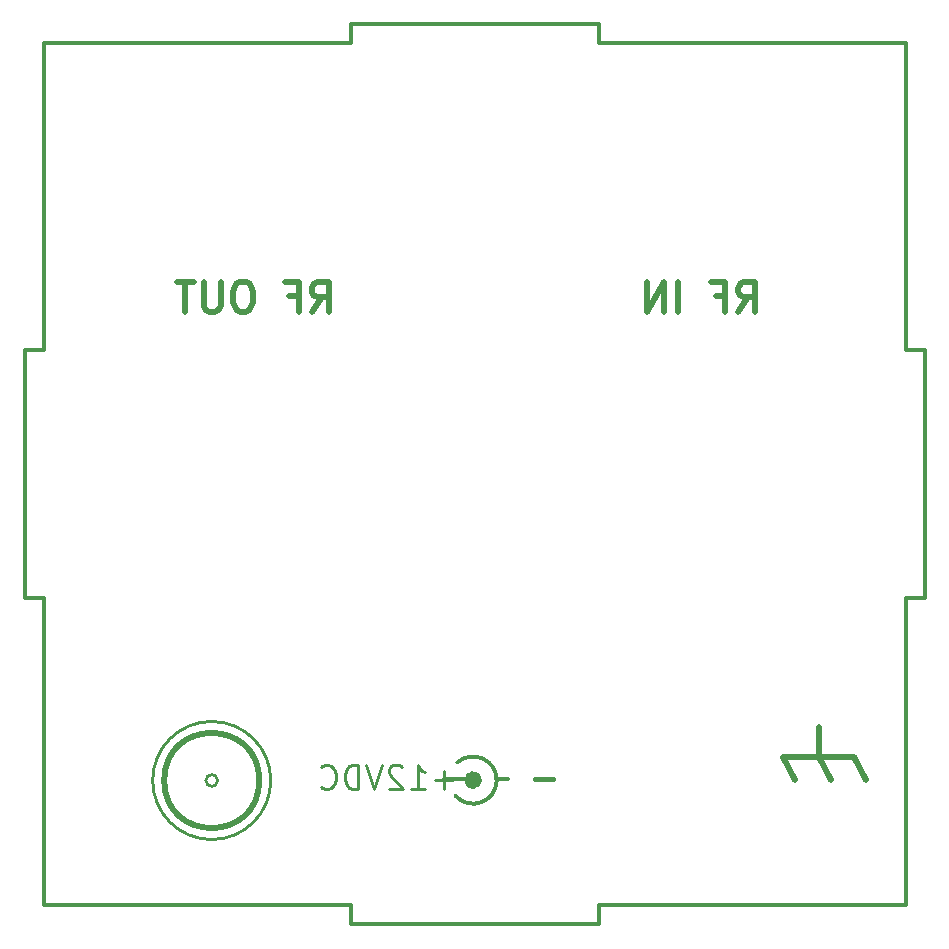
<source format=gbr>
%TF.GenerationSoftware,KiCad,Pcbnew,7.0.5-0*%
%TF.CreationDate,2024-04-21T20:18:31-04:00*%
%TF.ProjectId,swr_meter_rear,7377725f-6d65-4746-9572-5f726561722e,rev?*%
%TF.SameCoordinates,Original*%
%TF.FileFunction,Legend,Bot*%
%TF.FilePolarity,Positive*%
%FSLAX46Y46*%
G04 Gerber Fmt 4.6, Leading zero omitted, Abs format (unit mm)*
G04 Created by KiCad (PCBNEW 7.0.5-0) date 2024-04-21 20:18:31*
%MOMM*%
%LPD*%
G01*
G04 APERTURE LIST*
%ADD10C,0.250000*%
%ADD11C,0.500000*%
%ADD12C,0.400000*%
%ADD13C,0.300000*%
%ADD14C,0.750000*%
%TA.AperFunction,Profile*%
%ADD15C,0.349999*%
%TD*%
G04 APERTURE END LIST*
D10*
X119237884Y-89421332D02*
G75*
G03*
X119237884Y-89421332I-5000000J0D01*
G01*
X114737884Y-89421332D02*
G75*
G03*
X114737884Y-89421332I-500000J0D01*
G01*
D11*
X118262884Y-89421332D02*
G75*
G03*
X118262884Y-89421332I-4025000J0D01*
G01*
D10*
X119237884Y-89421332D02*
G75*
G03*
X119237884Y-89421332I-5000000J0D01*
G01*
D11*
X118262884Y-89421332D02*
G75*
G03*
X118262884Y-89421332I-4025000J0D01*
G01*
D10*
X114737884Y-89421332D02*
G75*
G03*
X114737884Y-89421332I-500000J0D01*
G01*
D12*
X143148536Y-89261191D02*
X141624727Y-89261191D01*
D11*
X158804759Y-49718047D02*
X159638092Y-48527571D01*
X160233330Y-49718047D02*
X160233330Y-47218047D01*
X160233330Y-47218047D02*
X159280949Y-47218047D01*
X159280949Y-47218047D02*
X159042854Y-47337095D01*
X159042854Y-47337095D02*
X158923807Y-47456142D01*
X158923807Y-47456142D02*
X158804759Y-47694238D01*
X158804759Y-47694238D02*
X158804759Y-48051380D01*
X158804759Y-48051380D02*
X158923807Y-48289476D01*
X158923807Y-48289476D02*
X159042854Y-48408523D01*
X159042854Y-48408523D02*
X159280949Y-48527571D01*
X159280949Y-48527571D02*
X160233330Y-48527571D01*
X156899997Y-48408523D02*
X157733330Y-48408523D01*
X157733330Y-49718047D02*
X157733330Y-47218047D01*
X157733330Y-47218047D02*
X156542854Y-47218047D01*
X153685711Y-49718047D02*
X153685711Y-47218047D01*
X152495235Y-49718047D02*
X152495235Y-47218047D01*
X152495235Y-47218047D02*
X151066664Y-49718047D01*
X151066664Y-49718047D02*
X151066664Y-47218047D01*
D12*
X143148536Y-89261191D02*
X141624727Y-89261191D01*
D10*
X134647220Y-89368991D02*
X133123411Y-89368991D01*
X133885315Y-90130896D02*
X133885315Y-88607086D01*
X131123411Y-90130896D02*
X132266268Y-90130896D01*
X131694840Y-90130896D02*
X131694840Y-88130896D01*
X131694840Y-88130896D02*
X131885316Y-88416610D01*
X131885316Y-88416610D02*
X132075792Y-88607086D01*
X132075792Y-88607086D02*
X132266268Y-88702324D01*
X130361506Y-88321372D02*
X130266268Y-88226134D01*
X130266268Y-88226134D02*
X130075792Y-88130896D01*
X130075792Y-88130896D02*
X129599601Y-88130896D01*
X129599601Y-88130896D02*
X129409125Y-88226134D01*
X129409125Y-88226134D02*
X129313887Y-88321372D01*
X129313887Y-88321372D02*
X129218649Y-88511848D01*
X129218649Y-88511848D02*
X129218649Y-88702324D01*
X129218649Y-88702324D02*
X129313887Y-88988038D01*
X129313887Y-88988038D02*
X130456744Y-90130896D01*
X130456744Y-90130896D02*
X129218649Y-90130896D01*
X128647220Y-88130896D02*
X127980554Y-90130896D01*
X127980554Y-90130896D02*
X127313887Y-88130896D01*
X126647220Y-90130896D02*
X126647220Y-88130896D01*
X126647220Y-88130896D02*
X126171030Y-88130896D01*
X126171030Y-88130896D02*
X125885315Y-88226134D01*
X125885315Y-88226134D02*
X125694839Y-88416610D01*
X125694839Y-88416610D02*
X125599601Y-88607086D01*
X125599601Y-88607086D02*
X125504363Y-88988038D01*
X125504363Y-88988038D02*
X125504363Y-89273753D01*
X125504363Y-89273753D02*
X125599601Y-89654705D01*
X125599601Y-89654705D02*
X125694839Y-89845181D01*
X125694839Y-89845181D02*
X125885315Y-90035658D01*
X125885315Y-90035658D02*
X126171030Y-90130896D01*
X126171030Y-90130896D02*
X126647220Y-90130896D01*
X123504363Y-89940419D02*
X123599601Y-90035658D01*
X123599601Y-90035658D02*
X123885315Y-90130896D01*
X123885315Y-90130896D02*
X124075791Y-90130896D01*
X124075791Y-90130896D02*
X124361506Y-90035658D01*
X124361506Y-90035658D02*
X124551982Y-89845181D01*
X124551982Y-89845181D02*
X124647220Y-89654705D01*
X124647220Y-89654705D02*
X124742458Y-89273753D01*
X124742458Y-89273753D02*
X124742458Y-88988038D01*
X124742458Y-88988038D02*
X124647220Y-88607086D01*
X124647220Y-88607086D02*
X124551982Y-88416610D01*
X124551982Y-88416610D02*
X124361506Y-88226134D01*
X124361506Y-88226134D02*
X124075791Y-88130896D01*
X124075791Y-88130896D02*
X123885315Y-88130896D01*
X123885315Y-88130896D02*
X123599601Y-88226134D01*
X123599601Y-88226134D02*
X123504363Y-88321372D01*
D11*
X122721426Y-49718047D02*
X123554759Y-48527571D01*
X124149997Y-49718047D02*
X124149997Y-47218047D01*
X124149997Y-47218047D02*
X123197616Y-47218047D01*
X123197616Y-47218047D02*
X122959521Y-47337095D01*
X122959521Y-47337095D02*
X122840474Y-47456142D01*
X122840474Y-47456142D02*
X122721426Y-47694238D01*
X122721426Y-47694238D02*
X122721426Y-48051380D01*
X122721426Y-48051380D02*
X122840474Y-48289476D01*
X122840474Y-48289476D02*
X122959521Y-48408523D01*
X122959521Y-48408523D02*
X123197616Y-48527571D01*
X123197616Y-48527571D02*
X124149997Y-48527571D01*
X120816664Y-48408523D02*
X121649997Y-48408523D01*
X121649997Y-49718047D02*
X121649997Y-47218047D01*
X121649997Y-47218047D02*
X120459521Y-47218047D01*
X117126188Y-47218047D02*
X116649997Y-47218047D01*
X116649997Y-47218047D02*
X116411902Y-47337095D01*
X116411902Y-47337095D02*
X116173807Y-47575190D01*
X116173807Y-47575190D02*
X116054759Y-48051380D01*
X116054759Y-48051380D02*
X116054759Y-48884714D01*
X116054759Y-48884714D02*
X116173807Y-49360904D01*
X116173807Y-49360904D02*
X116411902Y-49599000D01*
X116411902Y-49599000D02*
X116649997Y-49718047D01*
X116649997Y-49718047D02*
X117126188Y-49718047D01*
X117126188Y-49718047D02*
X117364283Y-49599000D01*
X117364283Y-49599000D02*
X117602378Y-49360904D01*
X117602378Y-49360904D02*
X117721426Y-48884714D01*
X117721426Y-48884714D02*
X117721426Y-48051380D01*
X117721426Y-48051380D02*
X117602378Y-47575190D01*
X117602378Y-47575190D02*
X117364283Y-47337095D01*
X117364283Y-47337095D02*
X117126188Y-47218047D01*
X114983330Y-47218047D02*
X114983330Y-49241857D01*
X114983330Y-49241857D02*
X114864283Y-49479952D01*
X114864283Y-49479952D02*
X114745235Y-49599000D01*
X114745235Y-49599000D02*
X114507140Y-49718047D01*
X114507140Y-49718047D02*
X114030949Y-49718047D01*
X114030949Y-49718047D02*
X113792854Y-49599000D01*
X113792854Y-49599000D02*
X113673807Y-49479952D01*
X113673807Y-49479952D02*
X113554759Y-49241857D01*
X113554759Y-49241857D02*
X113554759Y-47218047D01*
X112721425Y-47218047D02*
X111292854Y-47218047D01*
X112007140Y-49718047D02*
X112007140Y-47218047D01*
D13*
%TO.C,REF\u002A\u002A*%
X139312884Y-89313658D02*
X138412884Y-89313658D01*
X136362884Y-89313658D02*
X133862884Y-89313658D01*
X134875772Y-90727057D02*
G75*
G03*
X135024485Y-87901546I1487113J1338399D01*
G01*
D14*
X136737884Y-89388658D02*
G75*
G03*
X136737884Y-89388658I-375000J0D01*
G01*
D11*
X168637884Y-87421332D02*
X169637884Y-89421332D01*
X168637884Y-87421332D02*
X162637884Y-87421332D01*
X165637884Y-87421332D02*
X166637884Y-89421332D01*
X165637884Y-87421332D02*
X165637884Y-84921332D01*
X162637884Y-87421332D02*
X163637884Y-89421332D01*
%TD*%
D15*
X173000000Y-27000000D02*
X147000000Y-27000000D01*
X126000000Y-100000000D02*
X100000000Y-100000000D01*
X147000000Y-25400002D02*
X126000000Y-25400002D01*
X173000000Y-53000000D02*
X173000000Y-27000000D01*
X173000000Y-74000000D02*
X174599998Y-74000000D01*
X174599998Y-74000000D02*
X174599998Y-53000000D01*
X98400001Y-74000000D02*
X100000000Y-74000000D01*
X100000000Y-53000000D02*
X98400001Y-53000000D01*
X100000000Y-74000000D02*
X100000000Y-100000000D01*
X98400001Y-53000000D02*
X98400001Y-74000000D01*
X174599998Y-53000000D02*
X173000000Y-53000000D01*
X100000000Y-27000000D02*
X100000000Y-53000000D01*
X126000000Y-25400002D02*
X126000000Y-27000000D01*
X147000000Y-101599999D02*
X147000000Y-100000000D01*
X147000000Y-25400002D02*
X147000000Y-27000000D01*
X126000000Y-100000000D02*
X126000000Y-101599999D01*
X126000000Y-101599999D02*
X147000000Y-101599999D01*
X126000000Y-27000000D02*
X100000000Y-27000000D01*
X173000000Y-100000000D02*
X173000000Y-74000000D01*
X147000000Y-100000000D02*
X173000000Y-100000000D01*
M02*

</source>
